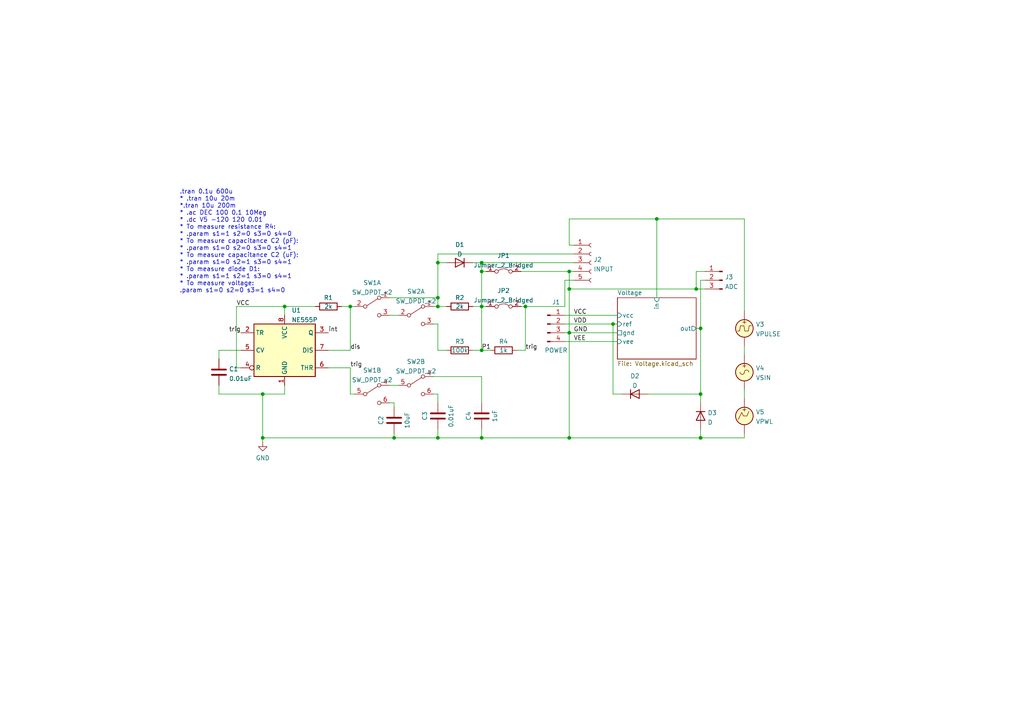
<source format=kicad_sch>
(kicad_sch (version 20211123) (generator eeschema)
  (paper "A4")
  (lib_symbols
    (symbol "Connector:Conn_01x03_Male" (pin_names (offset 1.016) hide)
      (property "Reference" "J" (at 0 5.08 0))
      (property "Value" "Conn_01x03_Male" (at 0 -5.08 0))
      (symbol "Conn_01x03_Male_1_1"
        (polyline (pts (xy 1.27 -2.54) (xy 0.8636 -2.54)) (stroke (width 0.1524)))
        (polyline (pts (xy 1.27 0) (xy 0.8636 0)) (stroke (width 0.1524)))
        (polyline (pts (xy 1.27 2.54) (xy 0.8636 2.54)) (stroke (width 0.1524)))
        (rectangle (start 0.8636 -2.413) (end 0 -2.667) (stroke (width 0.1524)) (fill (type outline)))
        (rectangle (start 0.8636 0.127) (end 0 -0.127) (stroke (width 0.1524)) (fill (type outline)))
        (rectangle (start 0.8636 2.667) (end 0 2.413) (stroke (width 0.1524)) (fill (type outline)))
        (pin passive line (at 5.08 2.54 180) (length 3.81) (name "Pin_1") (number "1"))
        (pin passive line (at 5.08 0 180) (length 3.81) (name "Pin_2") (number "2"))
        (pin passive line (at 5.08 -2.54 180) (length 3.81) (name "Pin_3") (number "3"))
      )
    )
    (symbol "Connector:Conn_01x04_Male" (pin_names (offset 1.016) hide)
      (property "Reference" "J" (at 0 5.08 0))
      (property "Value" "Conn_01x04_Male" (at 0 -7.62 0))
      (symbol "Conn_01x04_Male_1_1"
        (polyline (pts (xy 1.27 -5.08) (xy 0.8636 -5.08)) (stroke (width 0.1524)))
        (polyline (pts (xy 1.27 -2.54) (xy 0.8636 -2.54)) (stroke (width 0.1524)))
        (polyline (pts (xy 1.27 0) (xy 0.8636 0)) (stroke (width 0.1524)))
        (polyline (pts (xy 1.27 2.54) (xy 0.8636 2.54)) (stroke (width 0.1524)))
        (rectangle (start 0.8636 -4.953) (end 0 -5.207) (stroke (width 0.1524)) (fill (type outline)))
        (rectangle (start 0.8636 -2.413) (end 0 -2.667) (stroke (width 0.1524)) (fill (type outline)))
        (rectangle (start 0.8636 0.127) (end 0 -0.127) (stroke (width 0.1524)) (fill (type outline)))
        (rectangle (start 0.8636 2.667) (end 0 2.413) (stroke (width 0.1524)) (fill (type outline)))
        (pin passive line (at 5.08 2.54 180) (length 3.81) (name "Pin_1") (number "1"))
        (pin passive line (at 5.08 0 180) (length 3.81) (name "Pin_2") (number "2"))
        (pin passive line (at 5.08 -2.54 180) (length 3.81) (name "Pin_3") (number "3"))
        (pin passive line (at 5.08 -5.08 180) (length 3.81) (name "Pin_4") (number "4"))
      )
    )
    (symbol "Connector:Conn_01x05_Female" (pin_names (offset 1.016) hide)
      (property "Reference" "J" (at 0 7.62 0))
      (property "Value" "Conn_01x05_Female" (at 0 -7.62 0))
      (symbol "Conn_01x05_Female_1_1"
        (arc (start 0 -4.572) (mid -0.508 -5.08) (end 0 -5.588) (stroke (width 0.1524)))
        (arc (start 0 -2.032) (mid -0.508 -2.54) (end 0 -3.048) (stroke (width 0.1524)))
        (polyline (pts (xy -1.27 -5.08) (xy -0.508 -5.08)) (stroke (width 0.1524)))
        (polyline (pts (xy -1.27 -2.54) (xy -0.508 -2.54)) (stroke (width 0.1524)))
        (polyline (pts (xy -1.27 0) (xy -0.508 0)) (stroke (width 0.1524)))
        (polyline (pts (xy -1.27 2.54) (xy -0.508 2.54)) (stroke (width 0.1524)))
        (polyline (pts (xy -1.27 5.08) (xy -0.508 5.08)) (stroke (width 0.1524)))
        (arc (start 0 0.508) (mid -0.508 0) (end 0 -0.508) (stroke (width 0.1524)))
        (arc (start 0 3.048) (mid -0.508 2.54) (end 0 2.032) (stroke (width 0.1524)))
        (arc (start 0 5.588) (mid -0.508 5.08) (end 0 4.572) (stroke (width 0.1524)))
        (pin passive line (at -5.08 5.08 0) (length 3.81) (name "Pin_1") (number "1"))
        (pin passive line (at -5.08 2.54 0) (length 3.81) (name "Pin_2") (number "2"))
        (pin passive line (at -5.08 0 0) (length 3.81) (name "Pin_3") (number "3"))
        (pin passive line (at -5.08 -2.54 0) (length 3.81) (name "Pin_4") (number "4"))
        (pin passive line (at -5.08 -5.08 0) (length 3.81) (name "Pin_5") (number "5"))
      )
    )
    (symbol "Device:C" (pin_numbers hide) (pin_names (offset 0.254))
      (property "Reference" "C" (at 0.635 2.54 0))
      (property "Value" "C" (at 0.635 -2.54 0))
      (symbol "C_0_1"
        (polyline (pts (xy -2.032 -0.762) (xy 2.032 -0.762)) (stroke (width 0.508)))
        (polyline (pts (xy -2.032 0.762) (xy 2.032 0.762)) (stroke (width 0.508)))
      )
      (symbol "C_1_1"
        (pin passive line (at 0 3.81 270) (length 2.794) (name "~") (number "1"))
        (pin passive line (at 0 -3.81 90) (length 2.794) (name "~") (number "2"))
      )
    )
    (symbol "Device:D" (pin_numbers hide) (pin_names (offset 1.016) hide)
      (property "Reference" "D" (at 0 2.54 0))
      (property "Value" "D" (at 0 -2.54 0))
      (symbol "D_0_1"
        (polyline (pts (xy -1.27 1.27) (xy -1.27 -1.27)) (stroke (width 0.254)))
        (polyline (pts (xy 1.27 0) (xy -1.27 0)))
        (polyline (pts (xy 1.27 1.27) (xy 1.27 -1.27) (xy -1.27 0) (xy 1.27 1.27)) (stroke (width 0.254)))
      )
      (symbol "D_1_1"
        (pin passive line (at -3.81 0 0) (length 2.54) (name "K") (number "1"))
        (pin passive line (at 3.81 0 180) (length 2.54) (name "A") (number "2"))
      )
    )
    (symbol "Device:R" (pin_numbers hide) (pin_names (offset 0))
      (property "Reference" "R" (at 2.032 0 90))
      (property "Value" "R" (at 0 0 90))
      (symbol "R_0_1"
        (rectangle (start -1.016 -2.54) (end 1.016 2.54) (stroke (width 0.254)))
      )
      (symbol "R_1_1"
        (pin passive line (at 0 3.81 270) (length 1.27) (name "~") (number "1"))
        (pin passive line (at 0 -3.81 90) (length 1.27) (name "~") (number "2"))
      )
    )
    (symbol "Jumper:Jumper_2_Bridged" (pin_names (offset 0) hide)
      (property "Reference" "JP" (at 0 1.905 0))
      (property "Value" "Jumper_2_Bridged" (at 0 -2.54 0))
      (symbol "Jumper_2_Bridged_0_0"
        (circle (center -2.032 0) (radius 0.508))
        (circle (center 2.032 0) (radius 0.508))
      )
      (symbol "Jumper_2_Bridged_0_1"
        (arc (start 1.524 0.254) (mid 0 0.762) (end -1.524 0.254))
      )
      (symbol "Jumper_2_Bridged_1_1"
        (pin passive line (at -5.08 0 0) (length 2.54) (name "A") (number "1"))
        (pin passive line (at 5.08 0 180) (length 2.54) (name "B") (number "2"))
      )
    )
    (symbol "Simulation_SPICE:VPULSE" (pin_numbers hide) (pin_names (offset 0.0254))
      (property "Reference" "V" (at 2.54 2.54 0))
      (property "Value" "VPULSE" (at 2.54 0 0))
      (property "Spice_Model" "pulse(0 1 2n 2n 2n 50n 100n)" (at 2.54 -2.54 0))
      (symbol "VPULSE_0_0"
        (polyline (pts (xy -2.032 -0.762) (xy -1.397 -0.762) (xy -1.143 0.762) (xy -0.127 0.762) (xy 0.127 -0.762) (xy 1.143 -0.762) (xy 1.397 0.762) (xy 2.032 0.762)))
        (text "+" (at 0 1.905 0) (effects (font (size 1.27 1.27))))
      )
      (symbol "VPULSE_0_1"
        (circle (center 0 0) (radius 2.54) (stroke (width 0.254)) (fill (type background)))
      )
      (symbol "VPULSE_1_1"
        (pin passive line (at 0 5.08 270) (length 2.54) (name "~") (number "1"))
        (pin passive line (at 0 -5.08 90) (length 2.54) (name "~") (number "2"))
      )
    )
    (symbol "Simulation_SPICE:VPWL" (pin_numbers hide) (pin_names (offset 0.0254))
      (property "Reference" "V" (at 2.54 2.54 0))
      (property "Value" "VPWL" (at 2.54 0 0))
      (property "Spice_Model" "pwl(0 -1 50n -1 51n 0 97n 1 171n -1 200n -1)" (at 2.54 -2.54 0))
      (symbol "VPWL_0_0"
        (polyline (pts (xy -1.778 -1.016) (xy -0.762 1.016) (xy -0.254 0) (xy 0.762 0) (xy 1.27 1.27)))
        (text "+" (at 0 1.905 0) (effects (font (size 1.27 1.27))))
      )
      (symbol "VPWL_0_1"
        (circle (center 0 0) (radius 2.54) (stroke (width 0.254)) (fill (type background)))
      )
      (symbol "VPWL_1_1"
        (pin passive line (at 0 5.08 270) (length 2.54) (name "~") (number "1"))
        (pin passive line (at 0 -5.08 90) (length 2.54) (name "~") (number "2"))
      )
    )
    (symbol "Simulation_SPICE:VSIN" (pin_numbers hide) (pin_names (offset 0.0254))
      (property "Reference" "V" (at 2.54 2.54 0))
      (property "Value" "VSIN" (at 2.54 0 0))
      (property "Spice_Model" "sin(0 1 1k)" (at 2.54 -2.54 0))
      (symbol "VSIN_0_0"
        (arc (start 0 0) (mid -0.635 0.635) (end -1.27 0))
        (arc (start 0 0) (mid 0.635 -0.635) (end 1.27 0))
        (text "+" (at 0 1.905 0) (effects (font (size 1.27 1.27))))
      )
      (symbol "VSIN_0_1"
        (circle (center 0 0) (radius 2.54) (stroke (width 0.254)) (fill (type background)))
      )
      (symbol "VSIN_1_1"
        (pin passive line (at 0 5.08 270) (length 2.54) (name "~") (number "1"))
        (pin passive line (at 0 -5.08 90) (length 2.54) (name "~") (number "2"))
      )
    )
    (symbol "Switch:SW_DPDT_x2" (pin_names (offset 0) hide)
      (property "Reference" "SW" (at 0 4.318 0))
      (property "Value" "SW_DPDT_x2" (at 0 -5.08 0))
      (symbol "SW_DPDT_x2_0_0"
        (circle (center -2.032 0) (radius 0.508))
        (circle (center 2.032 -2.54) (radius 0.508))
      )
      (symbol "SW_DPDT_x2_0_1"
        (polyline (pts (xy -1.524 0.254) (xy 1.651 2.286)))
        (circle (center 2.032 2.54) (radius 0.508))
      )
      (symbol "SW_DPDT_x2_1_1"
        (pin passive line (at 5.08 2.54 180) (length 2.54) (name "A") (number "1"))
        (pin passive line (at -5.08 0 0) (length 2.54) (name "B") (number "2"))
        (pin passive line (at 5.08 -2.54 180) (length 2.54) (name "C") (number "3"))
      )
      (symbol "SW_DPDT_x2_2_1"
        (pin passive line (at 5.08 2.54 180) (length 2.54) (name "A") (number "4"))
        (pin passive line (at -5.08 0 0) (length 2.54) (name "B") (number "5"))
        (pin passive line (at 5.08 -2.54 180) (length 2.54) (name "C") (number "6"))
      )
    )
    (symbol "Timer:NE555P"
      (property "Reference" "U" (at -10.16 8.89 0))
      (property "Value" "NE555P" (at 2.54 8.89 0))
      (symbol "NE555P_0_0"
        (pin power_in line (at 0 -10.16 90) (length 2.54) (name "GND") (number "1"))
        (pin power_in line (at 0 10.16 270) (length 2.54) (name "VCC") (number "8"))
      )
      (symbol "NE555P_0_1"
        (rectangle (start -8.89 -7.62) (end 8.89 7.62) (stroke (width 0.254)) (fill (type background)))
        (rectangle (start -8.89 -7.62) (end 8.89 7.62) (stroke (width 0.254)) (fill (type background)))
      )
      (symbol "NE555P_1_1"
        (pin input line (at -12.7 5.08 0) (length 3.81) (name "TR") (number "2"))
        (pin output line (at 12.7 5.08 180) (length 3.81) (name "Q") (number "3"))
        (pin input inverted (at -12.7 -5.08 0) (length 3.81) (name "R") (number "4"))
        (pin input line (at -12.7 0 0) (length 3.81) (name "CV") (number "5"))
        (pin input line (at 12.7 -5.08 180) (length 3.81) (name "THR") (number "6"))
        (pin input line (at 12.7 0 180) (length 3.81) (name "DIS") (number "7"))
      )
    )
    (symbol "power:GND" (power) (pin_names (offset 0))
      (property "Value" "GND" (at 0 -3.81 0))
      (symbol "GND_0_1"
        (polyline (pts (xy 0 0) (xy 0 -1.27) (xy 1.27 -1.27) (xy 0 -2.54) (xy -1.27 -1.27) (xy 0 -1.27)))
      )
      (symbol "GND_1_1"
        (pin power_in line (at 0 0 270) (length 0) hide (name "GND") (number "1"))
      )
    )
  )
  (junction (at 127 86.36))
  (junction (at 101.6 88.9))
  (junction (at 203.2 114.3))
  (junction (at 165.1 127))
  (junction (at 152.4 88.9))
  (junction (at 114.3 127))
  (junction (at 203.2 95.25))
  (junction (at 165.1 96.52))
  (junction (at 127 88.9))
  (junction (at 139.7 88.9))
  (junction (at 165.1 83.82))
  (junction (at 139.7 76.2))
  (junction (at 127 76.2))
  (junction (at 177.8 93.98))
  (junction (at 127 127))
  (junction (at 165.1 78.74))
  (junction (at 203.2 127))
  (junction (at 139.7 101.6))
  (junction (at 82.55 88.9))
  (junction (at 139.7 127))
  (junction (at 76.2 127))
  (junction (at 201.93 83.82))
  (junction (at 190.5 63.5))
  (junction (at 139.7 78.74))
  (junction (at 76.2 114.3))
  (wire (pts (xy 165.1 96.52) (xy 165.1 127)))
  (wire (pts (xy 166.37 76.2) (xy 139.7 76.2)))
  (wire (pts (xy 165.1 127) (xy 203.2 127)))
  (wire (pts (xy 114.3 127) (xy 76.2 127)))
  (wire (pts (xy 201.93 83.82) (xy 165.1 83.82)))
  (wire (pts (xy 113.03 116.84) (xy 114.3 116.84)))
  (wire (pts (xy 137.16 101.6) (xy 139.7 101.6)))
  (wire (pts (xy 114.3 125.73) (xy 114.3 127)))
  (wire (pts (xy 68.58 88.9) (xy 82.55 88.9)))
  (wire (pts (xy 76.2 114.3) (xy 76.2 127)))
  (wire (pts (xy 165.1 63.5) (xy 165.1 71.12)))
  (wire (pts (xy 187.96 114.3) (xy 203.2 114.3)))
  (wire (pts (xy 76.2 114.3) (xy 82.55 114.3)))
  (wire (pts (xy 125.73 109.22) (xy 139.7 109.22)))
  (wire (pts (xy 203.2 124.46) (xy 203.2 127)))
  (wire (pts (xy 63.5 104.14) (xy 63.5 101.6)))
  (wire (pts (xy 140.97 88.9) (xy 139.7 88.9)))
  (wire (pts (xy 82.55 88.9) (xy 91.44 88.9)))
  (wire (pts (xy 129.54 76.2) (xy 127 76.2)))
  (wire (pts (xy 129.54 88.9) (xy 127 88.9)))
  (wire (pts (xy 215.9 100.33) (xy 215.9 102.87)))
  (wire (pts (xy 127 114.3) (xy 125.73 114.3)))
  (wire (pts (xy 102.87 88.9) (xy 101.6 88.9)))
  (wire (pts (xy 201.93 78.74) (xy 201.93 83.82)))
  (wire (pts (xy 165.1 83.82) (xy 165.1 96.52)))
  (wire (pts (xy 69.85 106.68) (xy 68.58 106.68)))
  (wire (pts (xy 203.2 127) (xy 215.9 127)))
  (wire (pts (xy 127 93.98) (xy 125.73 93.98)))
  (wire (pts (xy 139.7 78.74) (xy 139.7 88.9)))
  (wire (pts (xy 63.5 111.76) (xy 63.5 114.3)))
  (wire (pts (xy 165.1 96.52) (xy 179.07 96.52)))
  (wire (pts (xy 215.9 63.5) (xy 190.5 63.5)))
  (wire (pts (xy 163.83 99.06) (xy 179.07 99.06)))
  (wire (pts (xy 139.7 127) (xy 139.7 124.46)))
  (wire (pts (xy 82.55 114.3) (xy 82.55 111.76)))
  (wire (pts (xy 114.3 116.84) (xy 114.3 118.11)))
  (wire (pts (xy 115.57 111.76) (xy 113.03 111.76)))
  (wire (pts (xy 149.86 101.6) (xy 152.4 101.6)))
  (wire (pts (xy 203.2 116.84) (xy 203.2 114.3)))
  (wire (pts (xy 63.5 101.6) (xy 69.85 101.6)))
  (wire (pts (xy 163.83 93.98) (xy 177.8 93.98)))
  (wire (pts (xy 127 76.2) (xy 127 86.36)))
  (wire (pts (xy 215.9 127) (xy 215.9 125.73)))
  (wire (pts (xy 95.25 101.6) (xy 101.6 101.6)))
  (wire (pts (xy 204.47 81.28) (xy 203.2 81.28)))
  (wire (pts (xy 68.58 106.68) (xy 68.58 88.9)))
  (wire (pts (xy 152.4 101.6) (xy 152.4 88.9)))
  (wire (pts (xy 113.03 91.44) (xy 115.57 91.44)))
  (wire (pts (xy 140.97 78.74) (xy 139.7 78.74)))
  (wire (pts (xy 127 127) (xy 127 124.46)))
  (wire (pts (xy 142.24 101.6) (xy 139.7 101.6)))
  (wire (pts (xy 137.16 76.2) (xy 139.7 76.2)))
  (wire (pts (xy 127 101.6) (xy 129.54 101.6)))
  (wire (pts (xy 139.7 109.22) (xy 139.7 116.84)))
  (wire (pts (xy 113.03 86.36) (xy 127 86.36)))
  (wire (pts (xy 163.83 88.9) (xy 152.4 88.9)))
  (wire (pts (xy 190.5 63.5) (xy 165.1 63.5)))
  (wire (pts (xy 190.5 86.36) (xy 190.5 63.5)))
  (wire (pts (xy 76.2 127) (xy 76.2 128.27)))
  (wire (pts (xy 127 88.9) (xy 125.73 88.9)))
  (wire (pts (xy 152.4 88.9) (xy 151.13 88.9)))
  (wire (pts (xy 215.9 113.03) (xy 215.9 115.57)))
  (wire (pts (xy 177.8 114.3) (xy 177.8 93.98)))
  (wire (pts (xy 163.83 96.52) (xy 165.1 96.52)))
  (wire (pts (xy 166.37 73.66) (xy 127 73.66)))
  (wire (pts (xy 101.6 106.68) (xy 95.25 106.68)))
  (wire (pts (xy 139.7 101.6) (xy 139.7 88.9)))
  (wire (pts (xy 166.37 81.28) (xy 163.83 81.28)))
  (wire (pts (xy 101.6 101.6) (xy 101.6 88.9)))
  (wire (pts (xy 82.55 88.9) (xy 82.55 91.44)))
  (wire (pts (xy 203.2 81.28) (xy 203.2 95.25)))
  (wire (pts (xy 127 86.36) (xy 127 88.9)))
  (wire (pts (xy 203.2 114.3) (xy 203.2 95.25)))
  (wire (pts (xy 165.1 78.74) (xy 166.37 78.74)))
  (wire (pts (xy 127 73.66) (xy 127 76.2)))
  (wire (pts (xy 177.8 93.98) (xy 179.07 93.98)))
  (wire (pts (xy 139.7 127) (xy 165.1 127)))
  (wire (pts (xy 63.5 114.3) (xy 76.2 114.3)))
  (wire (pts (xy 215.9 90.17) (xy 215.9 63.5)))
  (wire (pts (xy 114.3 127) (xy 127 127)))
  (wire (pts (xy 204.47 78.74) (xy 201.93 78.74)))
  (wire (pts (xy 127 116.84) (xy 127 114.3)))
  (wire (pts (xy 165.1 78.74) (xy 165.1 83.82)))
  (wire (pts (xy 139.7 88.9) (xy 137.16 88.9)))
  (wire (pts (xy 139.7 76.2) (xy 139.7 78.74)))
  (wire (pts (xy 165.1 71.12) (xy 166.37 71.12)))
  (wire (pts (xy 203.2 95.25) (xy 201.93 95.25)))
  (wire (pts (xy 163.83 91.44) (xy 179.07 91.44)))
  (wire (pts (xy 102.87 114.3) (xy 101.6 114.3)))
  (wire (pts (xy 151.13 78.74) (xy 165.1 78.74)))
  (wire (pts (xy 163.83 81.28) (xy 163.83 88.9)))
  (wire (pts (xy 101.6 88.9) (xy 99.06 88.9)))
  (wire (pts (xy 127 93.98) (xy 127 101.6)))
  (wire (pts (xy 127 127) (xy 139.7 127)))
  (wire (pts (xy 180.34 114.3) (xy 177.8 114.3)))
  (wire (pts (xy 201.93 83.82) (xy 204.47 83.82)))
  (wire (pts (xy 101.6 114.3) (xy 101.6 106.68)))
  (text ".tran 0.1u 600u\n* .tran 10u 20m\n*.tran 10u 200m\n* .ac DEC 100 0.1 10Meg\n* .dc V5 -120 120 0.01\n* To measure resistance R4:\n* .param s1=1 s2=0 s3=0 s4=0\n* To measure capacitance C2 (pF):\n* .param s1=0 s2=0 s3=0 s4=1\n* To measure capacitance C2 (uF):\n* .param s1=0 s2=1 s3=0 s4=1\n* To measure diode D1:\n* .param s1=1 s2=1 s3=0 s4=1\n* To measure voltage:\n.param s1=0 s2=0 s3=1 s4=0" (at 52.07 85.09 0) (effects (font (size 1.27 1.27)) (justify left bottom)))
  (label "int" (at 95.25 96.52 0))
  (label "GND" (at 166.37 96.52 0))
  (label "P1" (at 139.7 101.6 0))
  (label "trig" (at 69.85 96.52 180))
  (label "trig" (at 101.6 106.68 0))
  (label "VDD" (at 166.37 93.98 0))
  (label "VEE" (at 166.37 99.06 0))
  (label "VCC" (at 68.58 88.9 0))
  (label "VCC" (at 166.37 91.44 0))
  (label "dis" (at 101.6 101.6 0))
  (label "trig" (at 152.4 101.6 0))
  (symbol (lib_id "Simulation_SPICE:VPWL") (at 215.9 120.65 0) (unit 1)
    (property "Reference" "V5" (at 219.202 119.4922 0) (effects (justify left)))
    (property "Value" "VPWL" (at 219.202 122.2673 0) (effects (justify left)))
    (property "Spice_Netlist_Enabled" "Y" (effects hide))
    (property "Spice_Primitive" "V" (effects hide))
    (property "Spice_Model" "ac(1) pwl(0 0 25u 0 27u 1k 31u -1k 33u 0 50u 0 50.002u 50 100u 50 100.002u -50 150u -50 150.002u 0 200u 0 250u 100 350u -100 400u 0)" (effects hide))
  )
  (symbol (lib_id "Device:C") (at 127 120.65 180) (unit 1)
    (property "Reference" "C3" (at 123.19 120.65 90))
    (property "Value" "0.01uF" (at 130.81 120.65 90))
  )
  (symbol (lib_id "Timer:NE555P") (at 82.55 101.6 0) (unit 1)
    (property "Reference" "U1" (at 84.5694 90.0135 0) (effects (justify left)))
    (property "Value" "NE555P" (at 84.5694 92.7886 0) (effects (justify left)))
    (property "Footprint" "Package_DIP:DIP-8_W7.62mm" (effects hide))
    (property "Datasheet" "http://www.ti.com/lit/ds/symlink/ne555.pdf" (effects hide))
    (property "Spice_Primitive" "X" (effects hide))
    (property "Spice_Model" "UA555" (effects hide))
    (property "Spice_Netlist_Enabled" "Y" (effects hide))
    (property "Spice_Lib_File" "SPICE.lib" (effects hide))
  )
  (symbol (lib_id "Connector:Conn_01x05_Female") (at 171.45 76.2 0) (unit 1)
    (property "Reference" "J2" (at 172.1612 75.2915 0) (effects (justify left)))
    (property "Value" "INPUT" (at 172.1612 78.0666 0) (effects (justify left)))
    (property "Spice_Primitive" "J" (effects hide))
    (property "Spice_Model" "Conn_01x05_Female" (effects hide))
    (property "Spice_Netlist_Enabled" "N" (effects hide))
  )
  (symbol (lib_id "Jumper:Jumper_2_Bridged") (at 146.05 88.9 0) (unit 1)
    (property "Reference" "JP2" (at 146.05 84.2985 0))
    (property "Value" "Jumper_2_Bridged" (at 146.05 87.0736 0))
    (property "Spice_Primitive" "R" (effects hide))
    (property "Spice_Model" "R=(s4?1m:10Meg)" (effects hide))
    (property "Spice_Netlist_Enabled" "Y" (effects hide))
  )
  (symbol (lib_id "Device:D") (at 184.15 114.3 0) (unit 1) (in_bom no) (on_board no)
    (property "Reference" "D2" (at 184.15 109.0635 0))
    (property "Value" "D" (at 184.15 111.8386 0))
    (property "Spice_Primitive" "D" (effects hide))
    (property "Spice_Model" "D" (effects hide))
    (property "Spice_Netlist_Enabled" "Y" (effects hide))
    (property "Spice_Node_Sequence" "2 1" (effects hide))
  )
  (symbol (lib_id "Device:R") (at 95.25 88.9 90) (unit 1)
    (property "Reference" "R1" (at 95.25 86.36 90))
    (property "Value" "2k" (at 95.25 88.9 90))
  )
  (symbol (lib_id "Connector:Conn_01x03_Male") (at 209.55 81.28 0) (mirror y) (unit 1)
    (property "Reference" "J3" (at 210.2612 80.3715 0) (effects (justify right)))
    (property "Value" "ADC" (at 210.2612 83.1466 0) (effects (justify right)))
    (property "Spice_Primitive" "J" (effects hide))
    (property "Spice_Model" "ADC" (effects hide))
    (property "Spice_Netlist_Enabled" "N" (effects hide))
  )
  (symbol (lib_id "Device:R") (at 133.35 101.6 270) (mirror x) (unit 1)
    (property "Reference" "R3" (at 133.35 99.06 90))
    (property "Value" "100k" (at 133.35 101.6 90))
  )
  (symbol (lib_id "Jumper:Jumper_2_Bridged") (at 146.05 78.74 0) (unit 1)
    (property "Reference" "JP1" (at 146.05 74.1385 0))
    (property "Value" "Jumper_2_Bridged" (at 146.05 76.9136 0))
    (property "Spice_Primitive" "R" (effects hide))
    (property "Spice_Model" "R=(s3?1m:10Meg)" (effects hide))
    (property "Spice_Netlist_Enabled" "Y" (effects hide))
  )
  (symbol (lib_id "Switch:SW_DPDT_x2") (at 107.95 114.3 0) (unit 2)
    (property "Reference" "SW1" (at 107.95 107.4125 0))
    (property "Value" "SW_DPDT_x2" (at 107.95 110.1876 0))
    (property "Spice_Primitive" "X" (effects hide))
    (property "Spice_Model" "sw_dpdt state=s1" (effects hide))
    (property "Spice_Netlist_Enabled" "Y" (effects hide))
    (property "Spice_Lib_File" "SPICE.lib" (effects hide))
  )
  (symbol (lib_id "Device:D") (at 133.35 76.2 180) (unit 1) (in_bom no) (on_board no)
    (property "Reference" "D1" (at 133.35 70.9635 0))
    (property "Value" "D" (at 133.35 73.7386 0))
    (property "Spice_Primitive" "D" (effects hide))
    (property "Spice_Model" "D" (effects hide))
    (property "Spice_Netlist_Enabled" "N" (effects hide))
    (property "Spice_Node_Sequence" "2 1" (effects hide))
  )
  (symbol (lib_id "Simulation_SPICE:VSIN") (at 215.9 107.95 0) (mirror y) (unit 1)
    (property "Reference" "V4" (at 219.202 106.7922 0) (effects (justify right)))
    (property "Value" "VSIN" (at 219.202 109.5673 0) (effects (justify right)))
    (property "Spice_Netlist_Enabled" "Y" (effects hide))
    (property "Spice_Primitive" "V" (effects hide))
    (property "Spice_Model" "sin(0 120 20k 450u)" (effects hide))
  )
  (symbol (lib_id "Switch:SW_DPDT_x2") (at 107.95 88.9 0) (unit 1)
    (property "Reference" "SW1" (at 107.95 82.0125 0))
    (property "Value" "SW_DPDT_x2" (at 107.95 84.7876 0))
    (property "Spice_Primitive" "X" (effects hide))
    (property "Spice_Model" "sw_dpdt state=s1" (effects hide))
    (property "Spice_Netlist_Enabled" "Y" (effects hide))
    (property "Spice_Lib_File" "SPICE.lib" (effects hide))
  )
  (symbol (lib_id "Switch:SW_DPDT_x2") (at 120.65 91.44 0) (unit 1)
    (property "Reference" "SW2" (at 120.65 84.5525 0))
    (property "Value" "SW_DPDT_x2" (at 120.65 87.3276 0))
    (property "Spice_Primitive" "X" (effects hide))
    (property "Spice_Model" "sw_dpdt state=s2" (effects hide))
    (property "Spice_Netlist_Enabled" "Y" (effects hide))
    (property "Spice_Lib_File" "SPICE.lib" (effects hide))
  )
  (symbol (lib_id "Switch:SW_DPDT_x2") (at 120.65 111.76 0) (unit 2)
    (property "Reference" "SW2" (at 120.65 104.8725 0))
    (property "Value" "SW_DPDT_x2" (at 120.65 107.6476 0))
    (property "Spice_Primitive" "X" (effects hide))
    (property "Spice_Model" "sw_dpdt state=s2" (effects hide))
    (property "Spice_Netlist_Enabled" "Y" (effects hide))
    (property "Spice_Lib_File" "SPICE.lib" (effects hide))
  )
  (symbol (lib_id "Connector:Conn_01x04_Male") (at 158.75 93.98 0) (unit 1)
    (property "Reference" "J1" (at 161.29 87.63 0))
    (property "Value" "POWER" (at 161.29 101.6 0))
    (property "Spice_Primitive" "X" (effects hide))
    (property "Spice_Model" "pwrhdr" (effects hide))
    (property "Spice_Netlist_Enabled" "Y" (effects hide))
    (property "Spice_Lib_File" "SPICE.lib" (effects hide))
  )
  (symbol (lib_id "Device:C") (at 114.3 121.92 0) (mirror y) (unit 1) (in_bom no) (on_board no)
    (property "Reference" "C2" (at 110.49 121.92 90))
    (property "Value" "10uF" (at 118.11 121.92 90))
  )
  (symbol (lib_id "Device:R") (at 146.05 101.6 270) (mirror x) (unit 1) (in_bom no) (on_board no)
    (property "Reference" "R4" (at 146.05 99.06 90))
    (property "Value" "1k" (at 146.05 101.6 90))
  )
  (symbol (lib_id "Device:C") (at 63.5 107.95 0) (unit 1)
    (property "Reference" "C1" (at 66.421 107.0415 0) (effects (justify left)))
    (property "Value" "0.01uF" (at 66.421 109.8166 0) (effects (justify left)))
  )
  (symbol (lib_id "power:GND") (at 76.2 128.27 0) (unit 1)
    (property "Reference" "#PWR01" (effects hide))
    (property "Value" "GND" (at 76.2 132.8325 0))
  )
  (symbol (lib_id "Device:D") (at 203.2 120.65 270) (unit 1) (in_bom no) (on_board no)
    (property "Reference" "D3" (at 205.232 119.7415 90) (effects (justify left)))
    (property "Value" "D" (at 205.232 122.5166 90) (effects (justify left)))
    (property "Spice_Primitive" "D" (effects hide))
    (property "Spice_Model" "D" (effects hide))
    (property "Spice_Netlist_Enabled" "Y" (effects hide))
    (property "Spice_Node_Sequence" "2 1" (effects hide))
  )
  (symbol (lib_id "Device:R") (at 133.35 88.9 270) (mirror x) (unit 1)
    (property "Reference" "R2" (at 133.35 86.36 90))
    (property "Value" "2k" (at 133.35 88.9 90))
  )
  (symbol (lib_id "Simulation_SPICE:VPULSE") (at 215.9 95.25 0) (unit 1)
    (property "Reference" "V3" (at 219.202 94.0922 0) (effects (justify left)))
    (property "Value" "VPULSE" (at 219.202 96.8673 0) (effects (justify left)))
    (property "Spice_Netlist_Enabled" "Y" (effects hide))
    (property "Spice_Primitive" "V" (effects hide))
    (property "Spice_Model" "pulse(0 120 500u 2n 2n)" (effects hide))
  )
  (symbol (lib_id "Device:C") (at 139.7 120.65 180) (unit 1)
    (property "Reference" "C4" (at 135.89 120.65 90))
    (property "Value" "1uF" (at 143.51 120.65 90))
  )
  (sheet (at 179.07 86.36) (size 22.86 17.78) (stroke (width 0.1524))
    (property "Sheet name" "Voltage" (at 179.07 85.6484 0) (effects (justify left bottom)))
    (property "Sheet file" "Voltage.kicad_sch" (at 179.07 104.7246 0) (effects (justify left top)))
    (pin "ref" input (at 179.07 93.98 180))
    (pin "out" output (at 201.93 95.25 0))
    (pin "gnd" passive (at 179.07 96.52 180))
    (pin "in" input (at 190.5 86.36 90))
    (pin "vcc" input (at 179.07 91.44 180))
    (pin "vee" input (at 179.07 99.06 180))
  )
)
</source>
